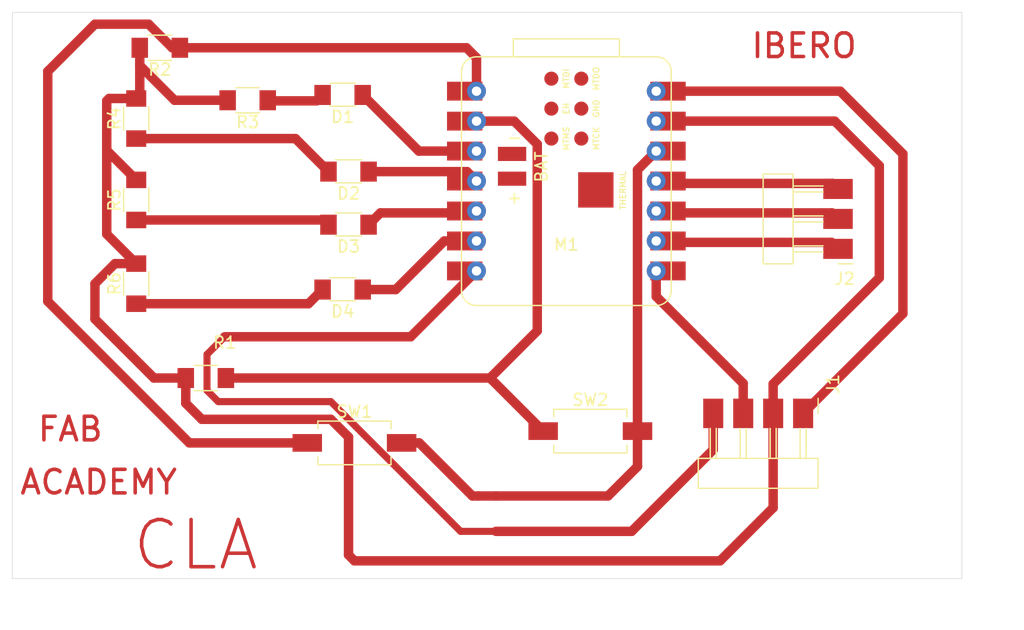
<source format=kicad_pcb>
(kicad_pcb (version 20240108) (generator "pcbnew") (generator_version "8.0")
  (layers (0 "F.Cu" signal) (31 "B.Cu" signal) (34 "B.Paste" user) (35 "F.Paste" user) (36 "B.SilkS" user "B.Silkscreen") (37 "F.SilkS" user "F.Silkscreen") (38 "B.Mask" user) (39 "F.Mask" user) (44 "Edge.Cuts" user))
  (net 0 "")
  (net 1 "/L1")
  (net 2 "Net-(D1-A)")
  (net 3 "Net-(D2-A)")
  (net 4 "/L2")
  (net 5 "Net-(D3-A)")
  (net 6 "/L3")
  (net 7 "/L4")
  (net 8 "Net-(D4-A)")
  (net 9 "PWR_GND")
  (net 10 "PWR_5V")
  (net 11 "/RX")
  (net 12 "/TX")
  (net 13 "/O1")
  (net 14 "/O3")
  (net 15 "/O2")
  (net 16 "/B2")
  (net 21 "/B1")
  (footprint "fab:Button_CnK_PTS636.0_6x3.5mm" (layer "F.Cu") (at 141 87)
    (property "Reference" "SW2" (at 0 -2.65 0) (layer "F.SilkS"))
    (property "Value" "Switch_Tactile_CnK")
    (fp_line (start -3.1 -1.85) (end -3.1 -1.2) (stroke (width 0.12)) (layer "F.SilkS"))
    (fp_line (start -3.1 1.2) (end -3.1 1.85) (stroke (width 0.12)) (layer "F.SilkS"))
    (fp_line (start -3.1 1.85) (end 3.1 1.85) (stroke (width 0.12)) (layer "F.SilkS"))
    (fp_line (start 3.1 -1.85) (end -3.1 -1.85) (stroke (width 0.12)) (layer "F.SilkS"))
    (fp_line (start 3.1 -1.85) (end 3.1 -1.2) (stroke (width 0.12)) (layer "F.SilkS"))
    (fp_line (start 3.1 1.85) (end 3.1 1.2) (stroke (width 0.12)) (layer "F.SilkS"))
    (pad "1" smd rect (at -4 0) (size 2.5 1.5) (layers "F.Cu" "F.Paste" "F.Mask") (net 16 "/B2"))
    (pad "2" smd rect (at 4 0) (size 2.5 1.5) (layers "F.Cu" "F.Paste" "F.Mask") (net 12 "/TX"))
  )
  (footprint "fab:LED_1206" (layer "F.Cu") (at 120 58.5 180)
    (property "Reference" "D1" (at 0 -1.85 180) (layer "F.SilkS"))
    (property "Value" "LED_1206")
    (fp_line (start -1.1 1) (end 1.1 1) (stroke (width 0.12)) (layer "F.SilkS"))
    (fp_line (start -1.1 -0.95) (end 1.1 -0.95) (stroke (width 0.12)) (layer "F.SilkS"))
    (pad "1" smd rect (at -1.7 0 180) (size 1.4 1.7) (layers "F.Cu" "F.Paste" "F.Mask") (net 1 "/L1"))
    (pad "2" smd rect (at 1.7 0 180) (size 1.4 1.7) (layers "F.Cu" "F.Paste" "F.Mask") (net 2 "Net-(D1-A)"))
  )
  (footprint "fab:R_1206" (layer "F.Cu") (at 102.5 67.4 90)
    (property "Reference" "R5" (at 0 -1.85 -90) (layer "F.SilkS"))
    (property "Value" "R_1206")
    (fp_line (start -1 -1.07) (end 1 -1.07) (stroke (width 0.12)) (layer "F.SilkS"))
    (fp_line (start 1 1.07) (end -1 1.07) (stroke (width 0.12)) (layer "F.SilkS"))
    (pad "1" smd rect (at -1.7 0 90) (size 1.4 1.7) (layers "F.Cu" "F.Paste" "F.Mask") (net 5 "Net-(D3-A)"))
    (pad "2" smd rect (at 1.7 0 90) (size 1.4 1.7) (layers "F.Cu" "F.Paste" "F.Mask") (net 9 "PWR_GND"))
  )
  (footprint "fab:R_1206" (layer "F.Cu") (at 102.5 74.5 90)
    (property "Reference" "R6" (at 0 -1.85 -90) (layer "F.SilkS"))
    (property "Value" "R_1206")
    (fp_line (start -1 -1.07) (end 1 -1.07) (stroke (width 0.12)) (layer "F.SilkS"))
    (fp_line (start 1 1.07) (end -1 1.07) (stroke (width 0.12)) (layer "F.SilkS"))
    (pad "1" smd rect (at -1.7 0 90) (size 1.4 1.7) (layers "F.Cu" "F.Paste" "F.Mask") (net 8 "Net-(D4-A)"))
    (pad "2" smd rect (at 1.7 0 90) (size 1.4 1.7) (layers "F.Cu" "F.Paste" "F.Mask") (net 9 "PWR_GND"))
  )
  (footprint "fab:R_1206" (layer "F.Cu") (at 111.95 58.95 180)
    (property "Reference" "R3" (at 0 -1.85 180) (layer "F.SilkS"))
    (property "Value" "R_1206")
    (fp_line (start 1 1.07) (end -1 1.07) (stroke (width 0.12)) (layer "F.SilkS"))
    (fp_line (start -1 -1.07) (end 1 -1.07) (stroke (width 0.12)) (layer "F.SilkS"))
    (pad "1" smd rect (at -1.7 0 180) (size 1.4 1.7) (layers "F.Cu" "F.Paste" "F.Mask") (net 2 "Net-(D1-A)"))
    (pad "2" smd rect (at 1.7 0 180) (size 1.4 1.7) (layers "F.Cu" "F.Paste" "F.Mask") (net 9 "PWR_GND"))
  )
  (footprint "fab:PinHeader_1x03_P2.54mm_Horizontal_SMD" (layer "F.Cu") (at 162 71.55 180)
    (property "Reference" "J2" (at -1.524 -2.54 180) (layer "F.SilkS") (effects (justify right)))
    (property "Value" "Conn_PinHeader_1x03_P2.54mm_Horizontal_SMD")
    (fp_line (start 6.35 6.35) (end 3.81 6.35) (stroke (width 0.12)) (layer "F.SilkS"))
    (fp_line (start 6.35 -1.27) (end 6.35 6.35) (stroke (width 0.12)) (layer "F.SilkS"))
    (fp_line (start 3.81 6.35) (end 3.81 -1.27) (stroke (width 0.12)) (layer "F.SilkS"))
    (fp_line (start 3.81 5.334) (end 1.27 5.334) (stroke (width 0.12)) (layer "F.SilkS"))
    (fp_line (start 3.81 4.826) (end 1.27 4.826) (stroke (width 0.12)) (layer "F.SilkS"))
    (fp_line (start 3.81 2.794) (end 1.27 2.794) (stroke (width 0.12)) (layer "F.SilkS"))
    (fp_line (start 3.81 2.286) (end 1.27 2.286) (stroke (width 0.12)) (layer "F.SilkS"))
    (fp_line (start 3.81 0.254) (end 1.27 0.254) (stroke (width 0.12)) (layer "F.SilkS"))
    (fp_line (start 3.81 -0.254) (end 1.27 -0.254) (stroke (width 0.12)) (layer "F.SilkS"))
    (fp_line (start 3.81 -1.27) (end 6.35 -1.27) (stroke (width 0.12)) (layer "F.SilkS"))
    (fp_line (start -1.27 -1.27) (end 0 -1.27) (stroke (width 0.12)) (layer "F.SilkS"))
    (pad "1" smd rect (at 0 0 180) (size 2.5 1.7) (layers "F.Cu" "F.Paste" "F.Mask") (net 13 "/O1"))
    (pad "2" smd rect (at 0 2.54 180) (size 2.5 1.7) (layers "F.Cu" "F.Paste" "F.Mask") (net 15 "/O2"))
    (pad "3" smd rect (at 0 5.08 180) (size 2.5 1.7) (layers "F.Cu" "F.Paste" "F.Mask") (net 14 "/O3"))
  )
  (footprint "fab:LED_1206" (layer "F.Cu") (at 120 75 180)
    (property "Reference" "D4" (at 0 -1.85 180) (layer "F.SilkS"))
    (property "Value" "LED_1206")
    (fp_line (start -1.1 1) (end 1.1 1) (stroke (width 0.12)) (layer "F.SilkS"))
    (fp_line (start -1.1 -0.95) (end 1.1 -0.95) (stroke (width 0.12)) (layer "F.SilkS"))
    (pad "1" smd rect (at -1.7 0 180) (size 1.4 1.7) (layers "F.Cu" "F.Paste" "F.Mask") (net 7 "/L4"))
    (pad "2" smd rect (at 1.7 0 180) (size 1.4 1.7) (layers "F.Cu" "F.Paste" "F.Mask") (net 8 "Net-(D4-A)"))
  )
  (footprint "fab:PinHeader_1x04_P2.54mm_Horizontal_SMD" (layer "F.Cu") (at 159.04 85.5 -90)
    (property "Reference" "J1" (at -1.524 -2.54 90) (layer "F.SilkS") (effects (justify left)))
    (property "Value" "Conn_PinHeader_1x04_P2.54mm_Horizontal_SMD")
    (fp_line (start 3.81 8.89) (end 3.81 -1.27) (stroke (width 0.12)) (layer "F.SilkS"))
    (fp_line (start 6.35 8.89) (end 3.81 8.89) (stroke (width 0.12)) (layer "F.SilkS"))
    (fp_line (start 3.81 7.874) (end 1.27 7.874) (stroke (width 0.12)) (layer "F.SilkS"))
    (fp_line (start 3.81 7.366) (end 1.27 7.366) (stroke (width 0.12)) (layer "F.SilkS"))
    (fp_line (start 3.81 5.334) (end 1.27 5.334) (stroke (width 0.12)) (layer "F.SilkS"))
    (fp_line (start 3.81 4.826) (end 1.27 4.826) (stroke (width 0.12)) (layer "F.SilkS"))
    (fp_line (start 3.81 2.794) (end 1.27 2.794) (stroke (width 0.12)) (layer "F.SilkS"))
    (fp_line (start 3.81 2.286) (end 1.27 2.286) (stroke (width 0.12)) (layer "F.SilkS"))
    (fp_line (start 3.81 0.254) (end 1.27 0.254) (stroke (width 0.12)) (layer "F.SilkS"))
    (fp_line (start 3.81 -0.254) (end 1.27 -0.254) (stroke (width 0.12)) (layer "F.SilkS"))
    (fp_line (start -1.27 -1.27) (end 0 -1.27) (stroke (width 0.12)) (layer "F.SilkS"))
    (fp_line (start 3.81 -1.27) (end 6.35 -1.27) (stroke (width 0.12)) (layer "F.SilkS"))
    (fp_line (start 6.35 -1.27) (end 6.35 8.89) (stroke (width 0.12)) (layer "F.SilkS"))
    (pad "1" smd rect (at 0 0 270) (size 2.5 1.7) (layers "F.Cu" "F.Paste" "F.Mask") (net 10 "PWR_5V"))
    (pad "2" smd rect (at 0 2.54 270) (size 2.5 1.7) (layers "F.Cu" "F.Paste" "F.Mask") (net 9 "PWR_GND"))
    (pad "3" smd rect (at 0 5.08 270) (size 2.5 1.7) (layers "F.Cu" "F.Paste" "F.Mask") (net 11 "/RX"))
    (pad "4" smd rect (at 0 7.62 270) (size 2.5 1.7) (layers "F.Cu" "F.Paste" "F.Mask") (net 12 "/TX"))
  )
  (footprint "fab:R_1206" (layer "F.Cu") (at 108.4 82.5 180)
    (property "Reference" "R1" (at -1.6 3 180) (layer "F.SilkS"))
    (property "Value" "R_1206")
    (fp_line (start 1 1.07) (end -1 1.07) (stroke (width 0.12)) (layer "F.SilkS"))
    (fp_line (start -1 -1.07) (end 1 -1.07) (stroke (width 0.12)) (layer "F.SilkS"))
    (pad "1" smd rect (at -1.7 0 180) (size 1.4 1.7) (layers "F.Cu" "F.Paste" "F.Mask") (net 16 "/B2"))
    (pad "2" smd rect (at 1.7 0 180) (size 1.4 1.7) (layers "F.Cu" "F.Paste" "F.Mask") (net 9 "PWR_GND"))
  )
  (footprint "fab:R_1206" (layer "F.Cu") (at 102.5 60.5 90)
    (property "Reference" "R4" (at 0 -1.85 -90) (layer "F.SilkS"))
    (property "Value" "R_1206")
    (fp_line (start -1 -1.07) (end 1 -1.07) (stroke (width 0.12)) (layer "F.SilkS"))
    (fp_line (start 1 1.07) (end -1 1.07) (stroke (width 0.12)) (layer "F.SilkS"))
    (pad "1" smd rect (at -1.7 0 90) (size 1.4 1.7) (layers "F.Cu" "F.Paste" "F.Mask") (net 3 "Net-(D2-A)"))
    (pad "2" smd rect (at 1.7 0 90) (size 1.4 1.7) (layers "F.Cu" "F.Paste" "F.Mask") (net 9 "PWR_GND"))
  )
  (footprint "fab:Button_CnK_PTS636.0_6x3.5mm" (layer "F.Cu") (at 121 88)
    (property "Reference" "SW1" (at 0 -2.65 0) (layer "F.SilkS"))
    (property "Value" "Switch_Tactile_CnK")
    (fp_line (start -3.1 -1.85) (end -3.1 -1.2) (stroke (width 0.12)) (layer "F.SilkS"))
    (fp_line (start -3.1 1.2) (end -3.1 1.85) (stroke (width 0.12)) (layer "F.SilkS"))
    (fp_line (start -3.1 1.85) (end 3.1 1.85) (stroke (width 0.12)) (layer "F.SilkS"))
    (fp_line (start 3.1 -1.85) (end -3.1 -1.85) (stroke (width 0.12)) (layer "F.SilkS"))
    (fp_line (start 3.1 -1.85) (end 3.1 -1.2) (stroke (width 0.12)) (layer "F.SilkS"))
    (fp_line (start 3.1 1.85) (end 3.1 1.2) (stroke (width 0.12)) (layer "F.SilkS"))
    (pad "1" smd rect (at -4 0) (size 2.5 1.5) (layers "F.Cu" "F.Paste" "F.Mask") (net 21 "/B1"))
    (pad "2" smd rect (at 4 0) (size 2.5 1.5) (layers "F.Cu" "F.Paste" "F.Mask") (net 12 "/TX"))
  )
  (footprint "fab:LED_1206" (layer "F.Cu") (at 120.5 69.5 180)
    (property "Reference" "D3" (at 0 -1.85 180) (layer "F.SilkS"))
    (property "Value" "LED_1206")
    (fp_line (start -1.1 1) (end 1.1 1) (stroke (width 0.12)) (layer "F.SilkS"))
    (fp_line (start -1.1 -0.95) (end 1.1 -0.95) (stroke (width 0.12)) (layer "F.SilkS"))
    (pad "1" smd rect (at -1.7 0 180) (size 1.4 1.7) (layers "F.Cu" "F.Paste" "F.Mask") (net 6 "/L3"))
    (pad "2" smd rect (at 1.7 0 180) (size 1.4 1.7) (layers "F.Cu" "F.Paste" "F.Mask") (net 5 "Net-(D3-A)"))
  )
  (footprint "fab:SeeedStudio_XIAO_ESP32C3" (layer "F.Cu") (at 138.965 65.8)
    (property "Reference" "M1" (at 0 5.39 0) (layer "F.SilkS"))
    (property "Value" "Module_XIAO-ESP32C3")
    (fp_line (start -8.8875 9.281) (end -8.8875 -9.261) (stroke (width 0.12)) (layer "F.SilkS"))
    (fp_line (start -7.6175 -10.531) (end 7.6225 -10.531) (stroke (width 0.12)) (layer "F.SilkS"))
    (fp_line (start 7.6225 10.551) (end -7.6175 10.551) (stroke (width 0.12)) (layer "F.SilkS"))
    (fp_line (start 8.8925 -9.261) (end 8.8925 9.281) (stroke (width 0.12)) (layer "F.SilkS"))
    (fp_rect (start -4.4975 -10.531) (end 4.5025 -12.055) (stroke (width 0.12)) (fill none) (layer "F.SilkS"))
    (fp_arc (start -8.8875 -9.261) (mid -8.515526 -10.159026) (end -7.6175 -10.531) (stroke (width 0.12)) (layer "F.SilkS"))
    (fp_arc (start -7.6175 10.551) (mid -8.515526 10.179026) (end -8.8875 9.281) (stroke (width 0.12)) (layer "F.SilkS"))
    (fp_arc (start 7.6225 -10.531) (mid 8.520526 -10.159026) (end 8.8925 -9.261) (stroke (width 0.12)) (layer "F.SilkS"))
    (fp_arc (start 8.8925 9.281) (mid 8.520526 10.179026) (end 7.6225 10.551) (stroke (width 0.12)) (layer "F.SilkS"))
    (fp_text user "GND" (at 2.54 -6.14 90) (layer "F.SilkS") (effects (font (size 0.5 0.5) (thickness 0.1) (bold yes))))
    (fp_text user "BAT" (at -2.7 -1.2 90) (layer "F.SilkS") (effects (justify top)))
    (fp_text user "EN" (at 0 -6.14 90) (layer "F.SilkS") (effects (font (size 0.5 0.5) (thickness 0.1) (bold yes))))
    (fp_text user "+" (at -4.4 1.4 0) (layer "F.SilkS"))
    (fp_text user "MTDO" (at 2.54 -8.68 90) (layer "F.SilkS") (effects (font (size 0.5 0.5) (thickness 0.1) (bold yes))))
    (fp_text user "MTMS" (at 0 -3.6 90) (layer "F.SilkS") (effects (font (size 0.5 0.5) (thickness 0.1) (bold yes))))
    (fp_text user "-" (at -4.4 -3.7 0) (layer "F.SilkS"))
    (fp_text user "MTDI" (at 0 -8.68 90) (layer "F.SilkS") (effects (font (size 0.5 0.5) (thickness 0.1) (bold yes))))
    (fp_text user "MTCK" (at 2.54 -3.6 90) (layer "F.SilkS") (effects (font (size 0.5 0.5) (thickness 0.1) (bold yes))))
    (fp_text user "THERMAL" (at 4.8 0.8 90) (layer "F.SilkS") (effects (font (size 0.5 0.5) (thickness 0.1) (bold yes))))
    (pad "1" thru_hole circle (at -7.615 -7.62) (size 1.6 1.6) (drill 0.8) (layers "*.Cu" "*.Mask") (net 21 "/B1"))
    (pad "1" smd rect (at -7.615 -7.62) (size 3 1.6) (drill (offset -1 0)) (layers "F.Cu" "F.Paste" "F.Mask") (net 21 "/B1"))
    (pad "2" thru_hole circle (at -7.615 -5.08) (size 1.6 1.6) (drill 0.8) (layers "*.Cu" "*.Mask") (net 16 "/B2"))
    (pad "2" smd rect (at -7.615 -5.08) (size 3 1.6) (drill (offset -1 0)) (layers "F.Cu" "F.Paste" "F.Mask") (net 16 "/B2"))
    (pad "3" thru_hole circle (at -7.615 -2.54) (size 1.6 1.6) (drill 0.8) (layers "*.Cu" "*.Mask") (net 1 "/L1"))
    (pad "3" smd rect (at -7.615 -2.54) (size 3 1.6) (drill (offset -1 0)) (layers "F.Cu" "F.Paste" "F.Mask") (net 1 "/L1"))
    (pad "4" thru_hole circle (at -7.615 0) (size 1.6 1.6) (drill 0.8) (layers "*.Cu" "*.Mask") (net 4 "/L2"))
    (pad "4" smd rect (at -7.615 0) (size 3 1.6) (drill (offset -1 0)) (layers "F.Cu" "F.Paste" "F.Mask") (net 4 "/L2"))
    (pad "5" thru_hole circle (at -7.615 2.54) (size 1.6 1.6) (drill 0.8) (layers "*.Cu" "*.Mask") (net 6 "/L3"))
    (pad "5" smd rect (at -7.615 2.54) (size 3 1.6) (drill (offset -1 0)) (layers "F.Cu" "F.Paste" "F.Mask") (net 6 "/L3"))
    (pad "6" thru_hole circle (at -7.615 5.08) (size 1.6 1.6) (drill 0.8) (layers "*.Cu" "*.Mask") (net 7 "/L4"))
    (pad "6" smd rect (at -7.615 5.08) (size 3 1.6) (drill (offset -1 0)) (layers "F.Cu" "F.Paste" "F.Mask") (net 7 "/L4"))
    (pad "7" thru_hole circle (at -7.615 7.62) (size 1.6 1.6) (drill 0.8) (layers "*.Cu" "*.Mask") (net 12 "/TX"))
    (pad "7" smd rect (at -7.615 7.62) (size 3 1.6) (drill (offset -1 0)) (layers "F.Cu" "F.Paste" "F.Mask") (net 12 "/TX"))
    (pad "8" thru_hole circle (at 7.62 7.62) (size 1.6 1.6) (drill 0.8) (layers "*.Cu" "*.Mask") (net 11 "/RX"))
    (pad "8" smd rect (at 7.62 7.62) (size 3 1.6) (drill (offset 1 0)) (layers "F.Cu" "F.Paste" "F.Mask") (net 11 "/RX"))
    (pad "9" thru_hole circle (at 7.62 5.08) (size 1.6 1.6) (drill 0.8) (layers "*.Cu" "*.Mask") (net 13 "/O1"))
    (pad "9" smd rect (at 7.62 5.08) (size 3 1.6) (drill (offset 1 0)) (layers "F.Cu" "F.Paste" "F.Mask") (net 13 "/O1"))
    (pad "10" thru_hole circle (at 7.62 2.54) (size 1.6 1.6) (drill 0.8) (layers "*.Cu" "*.Mask") (net 15 "/O2"))
    (pad "10" smd rect (at 7.62 2.54) (size 3 1.6) (drill (offset 1 0)) (layers "F.Cu" "F.Paste" "F.Mask") (net 15 "/O2"))
    (pad "11" thru_hole circle (at 7.62 0) (size 1.6 1.6) (drill 0.8) (layers "*.Cu" "*.Mask") (net 14 "/O3"))
    (pad "11" smd rect (at 7.62 0) (size 3 1.6) (drill (offset 1 0)) (layers "F.Cu" "F.Paste" "F.Mask") (net 14 "/O3"))
    (pad "12" thru_hole circle (at 7.62 -2.54) (size 1.6 1.6) (drill 0.8) (layers "*.Cu" "*.Mask") (net 12 "/TX"))
    (pad "12" smd rect (at 7.62 -2.54) (size 3 1.6) (drill (offset 1 0)) (layers "F.Cu" "F.Paste" "F.Mask") (net 12 "/TX"))
    (pad "13" thru_hole circle (at 7.62 -5.08) (size 1.6 1.6) (drill 0.8) (layers "*.Cu" "*.Mask") (net 9 "PWR_GND"))
    (pad "13" smd rect (at 7.62 -5.08) (size 3 1.6) (drill (offset 1 0)) (layers "F.Cu" "F.Paste" "F.Mask") (net 9 "PWR_GND"))
    (pad "14" thru_hole circle (at 7.62 -7.62) (size 1.6 1.6) (drill 0.8) (layers "*.Cu" "*.Mask") (net 10 "PWR_5V"))
    (pad "14" smd rect (at 7.62 -7.62) (size 3 1.6) (drill (offset 1 0)) (layers "F.Cu" "F.Paste" "F.Mask") (net 10 "PWR_5V"))
    (pad "15" smd rect (at -4.6 -2.3) (size 2.4 1.2) (layers "F.Cu" "F.Paste" "F.Mask"))
    (pad "16" smd rect (at -4.6 -0.2) (size 2.4 1.2) (layers "F.Cu" "F.Paste" "F.Mask"))
    (pad "17" smd circle (at -1.27 -8.68) (size 1.2 1.2) (layers "F.Cu" "F.Paste" "F.Mask"))
    (pad "18" smd circle (at -1.27 -6.14) (size 1.2 1.2) (layers "F.Cu" "F.Paste" "F.Mask"))
    (pad "19" smd circle (at -1.27 -3.6) (size 1.2 1.2) (layers "F.Cu" "F.Paste" "F.Mask"))
    (pad "20" smd circle (at 1.27 -3.6) (size 1.2 1.2) (layers "F.Cu" "F.Paste" "F.Mask"))
    (pad "21" smd circle (at 1.27 -6.14) (size 1.2 1.2) (layers "F.Cu" "F.Paste" "F.Mask"))
    (pad "22" smd circle (at 1.27 -8.68) (size 1.2 1.2) (layers "F.Cu" "F.Paste" "F.Mask"))
    (pad "23" smd rect (at 2.5 0.75) (size 3 3) (layers "F.Cu" "F.Paste" "F.Mask"))
  )
  (footprint "fab:LED_1206" (layer "F.Cu") (at 120.5 65 180)
    (property "Reference" "D2" (at 0 -1.85 180) (layer "F.SilkS"))
    (property "Value" "LED_1206")
    (fp_line (start -1.1 1) (end 1.1 1) (stroke (width 0.12)) (layer "F.SilkS"))
    (fp_line (start -1.1 -0.95) (end 1.1 -0.95) (stroke (width 0.12)) (layer "F.SilkS"))
    (pad "1" smd rect (at -1.7 0 180) (size 1.4 1.7) (layers "F.Cu" "F.Paste" "F.Mask") (net 4 "/L2"))
    (pad "2" smd rect (at 1.7 0 180) (size 1.4 1.7) (layers "F.Cu" "F.Paste" "F.Mask") (net 3 "Net-(D2-A)"))
  )
  (footprint "fab:R_1206" (layer "F.Cu") (at 104.5 54.5 180)
    (property "Reference" "R2" (at 0 -1.85 180) (layer "F.SilkS"))
    (property "Value" "R_1206")
    (fp_line (start 1 1.07) (end -1 1.07) (stroke (width 0.12)) (layer "F.SilkS"))
    (fp_line (start -1 -1.07) (end 1 -1.07) (stroke (width 0.12)) (layer "F.SilkS"))
    (pad "1" smd rect (at -1.7 0 180) (size 1.4 1.7) (layers "F.Cu" "F.Paste" "F.Mask") (net 21 "/B1"))
    (pad "2" smd rect (at 1.7 0 180) (size 1.4 1.7) (layers "F.Cu" "F.Paste" "F.Mask") (net 9 "PWR_GND"))
  )
  (gr_rect (start 92 51.5) (end 172.5 99.5) (stroke (width 0.05)) (fill none) (layer "Edge.Cuts"))
  (gr_text "IBERO" (at 154.5 55.5 0) (layer "F.Cu") (effects (font (size 2 2) (thickness 0.3) (bold yes)) (justify left bottom)))
  (gr_text "FAB " (at 94 88 0) (layer "F.Cu") (effects (font (size 2 2) (thickness 0.3) (bold yes)) (justify left bottom)))
  (gr_text "CLA" (at 102 99 0) (layer "F.Cu") (effects (font (size 4 4) (thickness 0.3) (bold yes)) (justify left bottom)))
  (gr_text "ACADEMY" (at 92.5 92.5 0) (layer "F.Cu") (effects (font (size 2 2) (thickness 0.3) (bold yes)) (justify left bottom)))
  (segment (start 121.7 58.5) (end 126.46 63.26) (width 0.8) (layer "F.Cu") (net 1))
  (segment (start 126.46 63.26) (end 131.35 63.26) (width 0.8) (layer "F.Cu") (net 1))
  (segment (start 117.8 59) (end 113.7 59) (width 0.8) (layer "F.Cu") (net 2))
  (segment (start 113.7 59) (end 113.65 58.95) (width 0.8) (layer "F.Cu") (net 2))
  (segment (start 118.3 58.5) (end 117.8 59) (width 0.8) (layer "F.Cu") (net 2))
  (segment (start 116 62.2) (end 118.8 65) (width 0.8) (layer "F.Cu") (net 3))
  (segment (start 102.5 62.2) (end 116 62.2) (width 0.8) (layer "F.Cu") (net 3))
  (segment (start 130.55 65) (end 131.35 65.8) (width 0.8) (layer "F.Cu") (net 4))
  (segment (start 122.2 65) (end 130.55 65) (width 0.8) (layer "F.Cu") (net 4))
  (segment (start 118.4 69.1) (end 118.8 69.5) (width 0.8) (layer "F.Cu") (net 5))
  (segment (start 102.5 69.1) (end 118.4 69.1) (width 0.8) (layer "F.Cu") (net 5))
  (segment (start 123.2 68.5) (end 131.19 68.5) (width 0.8) (layer "F.Cu") (net 6))
  (segment (start 131.19 68.5) (end 131.35 68.34) (width 0.8) (layer "F.Cu") (net 6))
  (segment (start 122.2 69.5) (end 123.2 68.5) (width 0.8) (layer "F.Cu") (net 6))
  (segment (start 128.62 70.88) (end 131.35 70.88) (width 0.8) (layer "F.Cu") (net 7))
  (segment (start 121.7 75) (end 124.5 75) (width 0.8) (layer "F.Cu") (net 7))
  (segment (start 124.5 75) (end 128.62 70.88) (width 0.8) (layer "F.Cu") (net 7))
  (segment (start 117.1 76.2) (end 118.3 75) (width 0.8) (layer "F.Cu") (net 8))
  (segment (start 102.5 76.2) (end 117.1 76.2) (width 0.8) (layer "F.Cu") (net 8))
  (segment (start 165.5 74) (end 165.5 64.5) (width 0.8) (layer "F.Cu") (net 9))
  (segment (start 156.5 93.5) (end 156.5 85.5) (width 0.8) (layer "F.Cu") (net 9))
  (segment (start 119 86) (end 120.5 87.5) (width 0.8) (layer "F.Cu") (net 9))
  (segment (start 156.5 85.5) (end 156.5 83) (width 0.8) (layer "F.Cu") (net 9))
  (segment (start 156.5 83) (end 165.5 74) (width 0.8) (layer "F.Cu") (net 9))
  (segment (start 102.8 54.5) (end 102.8 56) (width 0.8) (layer "F.Cu") (net 9))
  (segment (start 100 63) (end 100 59) (width 0.8) (layer "F.Cu") (net 9))
  (segment (start 99 77.5) (end 104 82.5) (width 0.8) (layer "F.Cu") (net 9))
  (segment (start 102.5 72.8) (end 100 70.3) (width 0.8) (layer "F.Cu") (net 9))
  (segment (start 108.06 86) (end 119 86) (width 0.8) (layer "F.Cu") (net 9))
  (segment (start 102.8 56) (end 102.8 58.5) (width 0.8) (layer "F.Cu") (net 9))
  (segment (start 99 74.5) (end 99 77.5) (width 0.8) (layer "F.Cu") (net 9))
  (segment (start 104 82.5) (end 106.7 82.5) (width 0.8) (layer "F.Cu") (net 9))
  (segment (start 100.7 72.8) (end 99 74.5) (width 0.8) (layer "F.Cu") (net 9))
  (segment (start 165.5 64.5) (end 161.72 60.72) (width 0.8) (layer "F.Cu") (net 9))
  (segment (start 100 70.3) (end 100 63) (width 0.8) (layer "F.Cu") (net 9))
  (segment (start 102.5 72.8) (end 100.7 72.8) (width 0.8) (layer "F.Cu") (net 9))
  (segment (start 121 98) (end 152 98) (width 0.8) (layer "F.Cu") (net 9))
  (segment (start 120.5 87.5) (end 120.5 97.5) (width 0.8) (layer "F.Cu") (net 9))
  (segment (start 102.8 58.5) (end 102.5 58.8) (width 0.8) (layer "F.Cu") (net 9))
  (segment (start 102.5 65.7) (end 101.15 64.35) (width 0.8) (layer "F.Cu") (net 9))
  (segment (start 110.25 58.95) (end 105.75 58.95) (width 0.8) (layer "F.Cu") (net 9))
  (segment (start 120.5 97.5) (end 121 98) (width 0.8) (layer "F.Cu") (net 9))
  (segment (start 106.7 82.5) (end 106.7 84.64) (width 0.8) (layer "F.Cu") (net 9))
  (segment (start 100 59) (end 100.2 58.8) (width 0.8) (layer "F.Cu") (net 9))
  (segment (start 152 98) (end 156.5 93.5) (width 0.8) (layer "F.Cu") (net 9))
  (segment (start 161.72 60.72) (end 146.585 60.72) (width 0.8) (layer "F.Cu") (net 9))
  (segment (start 100 63.2) (end 100 63) (width 0.8) (layer "F.Cu") (net 9))
  (segment (start 101.15 64.35) (end 100 63.2) (width 0.8) (layer "F.Cu") (net 9))
  (segment (start 106.7 84.64) (end 108.06 86) (width 0.8) (layer "F.Cu") (net 9))
  (segment (start 100.2 58.8) (end 102.5 58.8) (width 0.8) (layer "F.Cu") (net 9))
  (segment (start 105.75 58.95) (end 102.8 56) (width 0.8) (layer "F.Cu") (net 9))
  (segment (start 162.18 58.18) (end 146.585 58.18) (width 0.8) (layer "F.Cu") (net 10))
  (segment (start 167.5 63.5) (end 162.18 58.18) (width 0.8) (layer "F.Cu") (net 10))
  (segment (start 167.5 77.04) (end 167.5 63.5) (width 0.8) (layer "F.Cu") (net 10))
  (segment (start 159.04 85.5) (end 167.5 77.04) (width 0.8) (layer "F.Cu") (net 10))
  (segment (start 153.96 82.96) (end 146.585 75.585) (width 0.8) (layer "F.Cu") (net 11))
  (segment (start 153.96 85.5) (end 153.96 82.96) (width 0.8) (layer "F.Cu") (net 11))
  (segment (start 146.585 75.585) (end 146.585 73.42) (width 0.8) (layer "F.Cu") (net 11))
  (segment (start 108.5 80.5) (end 108.5 83.55) (width 0.6) (layer "F.Cu") (net 12))
  (segment (start 110 79) (end 125.77 79) (width 0.8) (layer "F.Cu") (net 12))
  (segment (start 110 79) (end 108.5 80.5) (width 0.6) (layer "F.Cu") (net 12))
  (segment (start 131 92.5) (end 126.5 88) (width 0.8) (layer "F.Cu") (net 12))
  (segment (start 108.5 83.55) (end 109.45 84.5) (width 0.6) (layer "F.Cu") (net 12))
  (segment (start 131.5 92.5) (end 133 92.5) (width 0.8) (layer "F.Cu") (net 12))
  (segment (start 126.5 88) (end 125 88) (width 0.8) (layer "F.Cu") (net 12))
  (segment (start 131 92.5) (end 131.5 92.5) (width 0.8) (layer "F.Cu") (net 12))
  (segment (start 125.77 79) (end 131.35 73.42) (width 0.8) (layer "F.Cu") (net 12))
  (segment (start 109.45 84.5) (end 119 84.5) (width 0.6) (layer "F.Cu") (net 12))
  (segment (start 145 64.845) (end 146.585 63.26) (width 0.8) (layer "F.Cu") (net 12))
  (segment (start 144.5 95.5) (end 133 95.5) (width 0.8) (layer "F.Cu") (net 12))
  (segment (start 133 92.5) (end 142.5 92.5) (width 0.8) (layer "F.Cu") (net 12))
  (segment (start 142.5 92.5) (end 145 90) (width 0.8) (layer "F.Cu") (net 12))
  (segment (start 130 95.5) (end 133 95.5) (width 0.6) (layer "F.Cu") (net 12))
  (segment (start 119 84.5) (end 130 95.5) (width 0.6) (layer "F.Cu") (net 12))
  (segment (start 151.42 88.58) (end 144.5 95.5) (width 0.8) (layer "F.Cu") (net 12))
  (segment (start 151.42 85.5) (end 151.42 88.58) (width 0.8) (layer "F.Cu") (net 12))
  (segment (start 145 87) (end 145 64.845) (width 0.8) (layer "F.Cu") (net 12))
  (segment (start 145 90) (end 145 87) (width 0.8) (layer "F.Cu") (net 12))
  (segment (start 161.45 71) (end 146.705 71) (width 0.8) (layer "F.Cu") (net 13))
  (segment (start 162 71.55) (end 161.45 71) (width 0.8) (layer "F.Cu") (net 13))
  (segment (start 146.705 71) (end 146.585 70.88) (width 0.8) (layer "F.Cu") (net 13))
  (segment (start 162 66.47) (end 161.53 66) (width 0.8) (layer "F.Cu") (net 14))
  (segment (start 146.785 66) (end 146.585 65.8) (width 0.8) (layer "F.Cu") (net 14))
  (segment (start 161.53 66) (end 146.785 66) (width 0.8) (layer "F.Cu") (net 14))
  (segment (start 162 69.01) (end 161.49 68.5) (width 0.8) (layer "F.Cu") (net 15))
  (segment (start 146.745 68.5) (end 146.585 68.34) (width 0.8) (layer "F.Cu") (net 15))
  (segment (start 161.49 68.5) (end 146.745 68.5) (width 0.8) (layer "F.Cu") (net 15))
  (segment (start 134.545 60.72) (end 131.35 60.72) (width 0.8) (layer "F.Cu") (net 16))
  (segment (start 136.5 78.5) (end 136.5 62.675) (width 0.8) (layer "F.Cu") (net 16))
  (segment (start 132.5 82.5) (end 136.5 78.5) (width 0.8) (layer "F.Cu") (net 16))
  (segment (start 136.5 62.675) (end 134.545 60.72) (width 0.8) (layer "F.Cu") (net 16))
  (segment (start 132.5 82.5) (end 110.1 82.5) (width 0.8) (layer "F.Cu") (net 16))
  (segment (start 137 87) (end 132.5 82.5) (width 0.8) (layer "F.Cu") (net 16))
  (segment (start 103.55 52.5) (end 99 52.5) (width 0.8) (layer "F.Cu") (net 21))
  (segment (start 106.2 54.5) (end 105.55 54.5) (width 0.8) (layer "F.Cu") (net 21))
  (segment (start 131.35 55.35) (end 130.5 54.5) (width 0.8) (layer "F.Cu") (net 21))
  (segment (start 99 52.5) (end 95 56.5) (width 0.8) (layer "F.Cu") (net 21))
  (segment (start 131.35 55.35) (end 131.35 58.18) (width 0.8) (layer "F.Cu") (net 21))
  (segment (start 130.5 54.5) (end 106.2 54.5) (width 0.8) (layer "F.Cu") (net 21))
  (segment (start 95 56.5) (end 95 76) (width 0.8) (layer "F.Cu") (net 21))
  (segment (start 95 76) (end 107 88) (width 0.8) (layer "F.Cu") (net 21))
  (segment (start 105.55 54.5) (end 103.55 52.5) (width 0.8) (layer "F.Cu") (net 21))
  (segment (start 107 88) (end 117 88) (width 0.8) (layer "F.Cu") (net 21))
)
</source>
